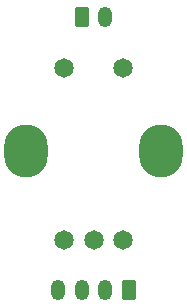
<source format=gbr>
%TF.GenerationSoftware,KiCad,Pcbnew,6.0.0-rc2-1.20211220git160328a.fc35*%
%TF.CreationDate,2022-01-05T17:26:23+00:00*%
%TF.ProjectId,RotaryEncoder,526f7461-7279-4456-9e63-6f6465722e6b,rev?*%
%TF.SameCoordinates,Original*%
%TF.FileFunction,Soldermask,Bot*%
%TF.FilePolarity,Negative*%
%FSLAX46Y46*%
G04 Gerber Fmt 4.6, Leading zero omitted, Abs format (unit mm)*
G04 Created by KiCad (PCBNEW 6.0.0-rc2-1.20211220git160328a.fc35) date 2022-01-05 17:26:23*
%MOMM*%
%LPD*%
G01*
G04 APERTURE LIST*
G04 Aperture macros list*
%AMRoundRect*
0 Rectangle with rounded corners*
0 $1 Rounding radius*
0 $2 $3 $4 $5 $6 $7 $8 $9 X,Y pos of 4 corners*
0 Add a 4 corners polygon primitive as box body*
4,1,4,$2,$3,$4,$5,$6,$7,$8,$9,$2,$3,0*
0 Add four circle primitives for the rounded corners*
1,1,$1+$1,$2,$3*
1,1,$1+$1,$4,$5*
1,1,$1+$1,$6,$7*
1,1,$1+$1,$8,$9*
0 Add four rect primitives between the rounded corners*
20,1,$1+$1,$2,$3,$4,$5,0*
20,1,$1+$1,$4,$5,$6,$7,0*
20,1,$1+$1,$6,$7,$8,$9,0*
20,1,$1+$1,$8,$9,$2,$3,0*%
G04 Aperture macros list end*
%ADD10RoundRect,0.250000X0.350000X0.625000X-0.350000X0.625000X-0.350000X-0.625000X0.350000X-0.625000X0*%
%ADD11O,1.200000X1.750000*%
%ADD12RoundRect,0.250000X-0.350000X-0.625000X0.350000X-0.625000X0.350000X0.625000X-0.350000X0.625000X0*%
%ADD13C,1.650000*%
%ADD14O,3.700000X4.500000*%
G04 APERTURE END LIST*
D10*
%TO.C,J1*%
X137000000Y-126550000D03*
D11*
X135000000Y-126550000D03*
X133000000Y-126550000D03*
X131000000Y-126550000D03*
%TD*%
D12*
%TO.C,J2*%
X133000000Y-103450000D03*
D11*
X135000000Y-103450000D03*
%TD*%
D13*
%TO.C,REF1*%
X136500000Y-107750000D03*
X131500000Y-107750000D03*
X136500000Y-122250000D03*
X131500000Y-122250000D03*
X134000000Y-122250000D03*
D14*
X139700000Y-114750000D03*
X128300000Y-114750000D03*
%TD*%
M02*

</source>
